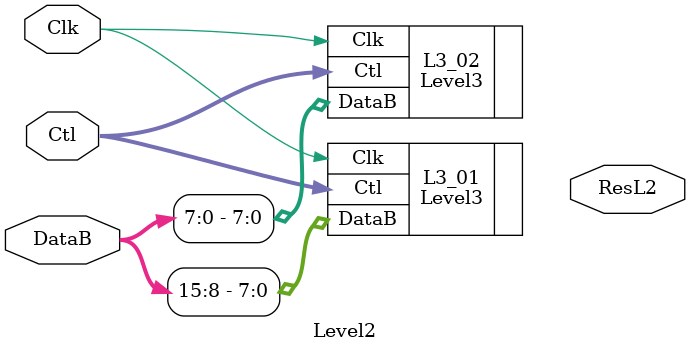
<source format=v>
`define Wid    16
`define ResWid 16
module Level2 (output[`ResWid-1:0] ResL2
       , inout[`Wid-1:0] DataB
       , input[3:0] Ctl, input Clk) ;
//...
Level3 L3_01 (.DataB(DataB[`Wid-1:(`Wid/2)]), .Ctl(Ctl), .Clk(Clk) );
Level3 L3_02 (.DataB(DataB[(`Wid/2)-1:0]), .Ctl(Ctl), .Clk(Clk) );
endmodule


</source>
